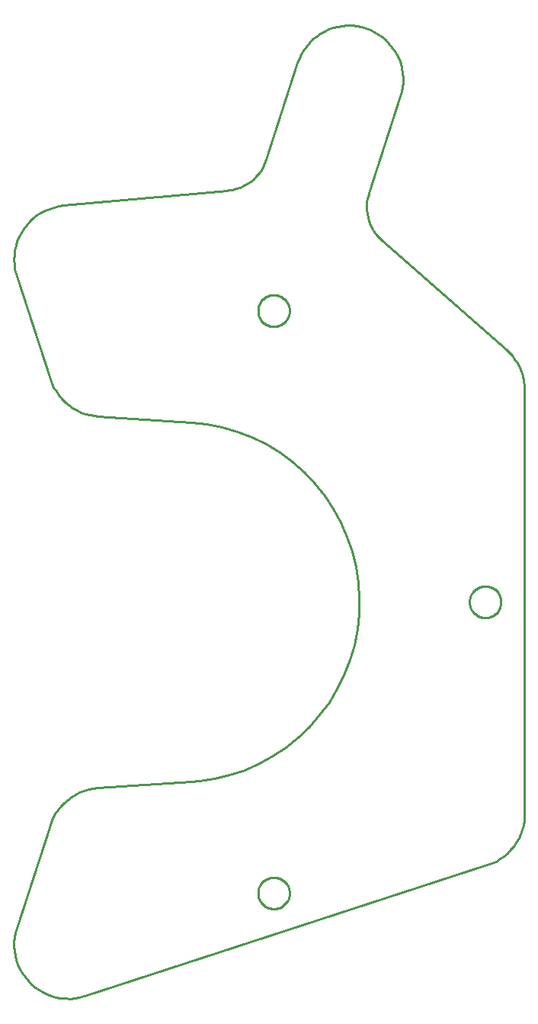
<source format=gbr>
G04 EAGLE Gerber RS-274X export*
G75*
%MOMM*%
%FSLAX34Y34*%
%LPD*%
%IN*%
%IPPOS*%
%AMOC8*
5,1,8,0,0,1.08239X$1,22.5*%
G01*
G04 Define Apertures*
%ADD10C,0.254000*%
D10*
X11362Y86966D02*
X9963Y81922D01*
X9009Y76776D01*
X8508Y71566D01*
X8462Y66331D01*
X8873Y61113D01*
X9737Y55951D01*
X11047Y50883D01*
X12794Y45949D01*
X14965Y41186D01*
X17543Y36630D01*
X20507Y32317D01*
X23837Y28278D01*
X27505Y24544D01*
X31486Y21145D01*
X35747Y18105D01*
X40257Y15449D01*
X44982Y13195D01*
X49884Y11362D01*
X54928Y9963D01*
X60075Y9009D01*
X65285Y8508D01*
X70519Y8462D01*
X75738Y8873D01*
X80900Y9737D01*
X85968Y11047D01*
X86966Y11362D01*
X534180Y156671D01*
X539083Y158504D01*
X543807Y160757D01*
X548317Y163414D01*
X552579Y166453D01*
X556559Y169853D01*
X560228Y173586D01*
X563557Y177625D01*
X566522Y181939D01*
X569099Y186494D01*
X571270Y191257D01*
X573017Y196192D01*
X574328Y201259D01*
X575192Y206422D01*
X575602Y211640D01*
X575639Y213734D01*
X575639Y683962D01*
X575411Y689191D01*
X574727Y694381D01*
X573594Y699491D01*
X572020Y704483D01*
X570017Y709319D01*
X567600Y713962D01*
X564788Y718377D01*
X561602Y722529D01*
X558065Y726388D01*
X555211Y729063D01*
X417294Y850074D01*
X414144Y853091D01*
X411269Y856371D01*
X408690Y859889D01*
X406428Y863619D01*
X404500Y867532D01*
X402920Y871597D01*
X401701Y875785D01*
X400851Y880064D01*
X400377Y884400D01*
X400283Y888761D01*
X400569Y893113D01*
X401234Y897424D01*
X402272Y901661D01*
X402718Y903108D01*
X437596Y1010451D01*
X438995Y1015495D01*
X439949Y1020642D01*
X440450Y1025852D01*
X440496Y1031086D01*
X440085Y1036305D01*
X439221Y1041467D01*
X437911Y1046535D01*
X436164Y1051469D01*
X433993Y1056232D01*
X431415Y1060788D01*
X428451Y1065101D01*
X425121Y1069140D01*
X421452Y1072874D01*
X417472Y1076273D01*
X413211Y1079313D01*
X408701Y1081969D01*
X403976Y1084223D01*
X399074Y1086056D01*
X394030Y1087455D01*
X388883Y1088409D01*
X383673Y1088910D01*
X378439Y1088956D01*
X373220Y1088545D01*
X368058Y1087681D01*
X362990Y1086371D01*
X358056Y1084623D01*
X353293Y1082453D01*
X348737Y1079875D01*
X344424Y1076911D01*
X340385Y1073581D01*
X336651Y1069912D01*
X333252Y1065932D01*
X330212Y1061671D01*
X327556Y1057161D01*
X325302Y1052436D01*
X323469Y1047533D01*
X288591Y940190D01*
X287064Y936105D01*
X285186Y932168D01*
X282972Y928409D01*
X280439Y924858D01*
X277606Y921541D01*
X274495Y918484D01*
X271129Y915709D01*
X267534Y913239D01*
X263738Y911091D01*
X259769Y909282D01*
X255657Y907826D01*
X251434Y906734D01*
X247132Y906014D01*
X245626Y905852D01*
X62920Y889018D01*
X57734Y888310D01*
X52629Y887154D01*
X47644Y885557D01*
X42818Y883531D01*
X38186Y881093D01*
X33784Y878260D01*
X29646Y875055D01*
X25804Y871501D01*
X22285Y867625D01*
X19118Y863458D01*
X16326Y859030D01*
X13930Y854376D01*
X11950Y849531D01*
X10399Y844532D01*
X9289Y839417D01*
X8630Y834224D01*
X8426Y828994D01*
X8678Y823765D01*
X9386Y818579D01*
X10542Y813474D01*
X11362Y810730D01*
X48444Y696603D01*
X50277Y691700D01*
X52531Y686976D01*
X55187Y682466D01*
X58227Y678204D01*
X61626Y674224D01*
X65360Y670555D01*
X69399Y667226D01*
X73712Y664261D01*
X78268Y661683D01*
X83031Y659513D01*
X87965Y657766D01*
X93033Y656455D01*
X98195Y655591D01*
X101545Y655275D01*
X205241Y648411D01*
X222584Y646501D01*
X239694Y643086D01*
X256442Y638193D01*
X272699Y631859D01*
X288342Y624132D01*
X303253Y615070D01*
X317317Y604744D01*
X330428Y593232D01*
X342485Y580621D01*
X353397Y567006D01*
X363081Y552493D01*
X371463Y537190D01*
X378480Y521216D01*
X384078Y504690D01*
X388214Y487740D01*
X390857Y470494D01*
X391987Y453082D01*
X391595Y435639D01*
X389685Y418296D01*
X386270Y401186D01*
X381377Y384438D01*
X375043Y368181D01*
X367316Y352538D01*
X358255Y337627D01*
X347929Y323563D01*
X336416Y310453D01*
X323805Y298395D01*
X310190Y287483D01*
X295677Y277799D01*
X280375Y269417D01*
X264400Y262400D01*
X247875Y256802D01*
X230924Y252666D01*
X213678Y250023D01*
X205241Y249285D01*
X101545Y242421D01*
X96342Y241848D01*
X91209Y240823D01*
X86185Y239356D01*
X81307Y237455D01*
X76614Y235137D01*
X72141Y232419D01*
X67922Y229321D01*
X63989Y225867D01*
X60372Y222084D01*
X57098Y218000D01*
X54193Y213646D01*
X51678Y209055D01*
X49573Y204262D01*
X48444Y201093D01*
X11362Y86966D01*
X314511Y771563D02*
X314436Y770420D01*
X314287Y769284D01*
X314063Y768160D01*
X313766Y767053D01*
X313398Y765968D01*
X312960Y764910D01*
X312453Y763882D01*
X311880Y762890D01*
X311243Y761937D01*
X310546Y761028D01*
X309790Y760167D01*
X308980Y759357D01*
X308119Y758601D01*
X307210Y757904D01*
X306257Y757267D01*
X305265Y756694D01*
X304237Y756187D01*
X303179Y755749D01*
X302094Y755381D01*
X300987Y755084D01*
X299863Y754861D01*
X298727Y754711D01*
X297584Y754636D01*
X296438Y754636D01*
X295295Y754711D01*
X294159Y754861D01*
X293035Y755084D01*
X291928Y755381D01*
X290843Y755749D01*
X289785Y756187D01*
X288757Y756694D01*
X287765Y757267D01*
X286812Y757904D01*
X285903Y758601D01*
X285042Y759357D01*
X284232Y760167D01*
X283476Y761028D01*
X282779Y761937D01*
X282142Y762890D01*
X281569Y763882D01*
X281062Y764910D01*
X280624Y765968D01*
X280256Y767053D01*
X279959Y768160D01*
X279736Y769284D01*
X279586Y770420D01*
X279511Y771563D01*
X279511Y772709D01*
X279586Y773852D01*
X279736Y774988D01*
X279959Y776112D01*
X280256Y777219D01*
X280624Y778304D01*
X281062Y779362D01*
X281569Y780390D01*
X282142Y781382D01*
X282779Y782335D01*
X283476Y783244D01*
X284232Y784105D01*
X285042Y784915D01*
X285903Y785671D01*
X286812Y786368D01*
X287765Y787005D01*
X288757Y787578D01*
X289785Y788085D01*
X290843Y788523D01*
X291928Y788891D01*
X293035Y789188D01*
X294159Y789412D01*
X295295Y789561D01*
X296438Y789636D01*
X297584Y789636D01*
X298727Y789561D01*
X299863Y789412D01*
X300987Y789188D01*
X302094Y788891D01*
X303179Y788523D01*
X304237Y788085D01*
X305265Y787578D01*
X306257Y787005D01*
X307210Y786368D01*
X308119Y785671D01*
X308980Y784915D01*
X309790Y784105D01*
X310546Y783244D01*
X311243Y782335D01*
X311880Y781382D01*
X312453Y780390D01*
X312960Y779362D01*
X313398Y778304D01*
X313766Y777219D01*
X314063Y776112D01*
X314287Y774988D01*
X314436Y773852D01*
X314511Y772709D01*
X314511Y771563D01*
X549483Y448205D02*
X549408Y447062D01*
X549259Y445926D01*
X549035Y444802D01*
X548738Y443695D01*
X548370Y442610D01*
X547932Y441552D01*
X547425Y440524D01*
X546852Y439532D01*
X546215Y438579D01*
X545518Y437670D01*
X544762Y436809D01*
X543952Y435999D01*
X543091Y435243D01*
X542182Y434546D01*
X541229Y433909D01*
X540237Y433336D01*
X539209Y432829D01*
X538151Y432391D01*
X537066Y432023D01*
X535959Y431726D01*
X534835Y431503D01*
X533699Y431353D01*
X532556Y431278D01*
X531410Y431278D01*
X530267Y431353D01*
X529131Y431503D01*
X528007Y431726D01*
X526900Y432023D01*
X525815Y432391D01*
X524757Y432829D01*
X523729Y433336D01*
X522737Y433909D01*
X521784Y434546D01*
X520875Y435243D01*
X520014Y435999D01*
X519204Y436809D01*
X518448Y437670D01*
X517751Y438579D01*
X517114Y439532D01*
X516541Y440524D01*
X516034Y441552D01*
X515596Y442610D01*
X515228Y443695D01*
X514931Y444802D01*
X514708Y445926D01*
X514558Y447062D01*
X514483Y448205D01*
X514483Y449351D01*
X514558Y450494D01*
X514708Y451630D01*
X514931Y452754D01*
X515228Y453861D01*
X515596Y454946D01*
X516034Y456004D01*
X516541Y457032D01*
X517114Y458024D01*
X517751Y458977D01*
X518448Y459886D01*
X519204Y460747D01*
X520014Y461557D01*
X520875Y462313D01*
X521784Y463010D01*
X522737Y463647D01*
X523729Y464220D01*
X524757Y464727D01*
X525815Y465165D01*
X526900Y465533D01*
X528007Y465830D01*
X529131Y466054D01*
X530267Y466203D01*
X531410Y466278D01*
X532556Y466278D01*
X533699Y466203D01*
X534835Y466054D01*
X535959Y465830D01*
X537066Y465533D01*
X538151Y465165D01*
X539209Y464727D01*
X540237Y464220D01*
X541229Y463647D01*
X542182Y463010D01*
X543091Y462313D01*
X543952Y461557D01*
X544762Y460747D01*
X545518Y459886D01*
X546215Y458977D01*
X546852Y458024D01*
X547425Y457032D01*
X547932Y456004D01*
X548370Y454946D01*
X548738Y453861D01*
X549035Y452754D01*
X549259Y451630D01*
X549408Y450494D01*
X549483Y449351D01*
X549483Y448205D01*
X314585Y124869D02*
X314510Y123726D01*
X314361Y122590D01*
X314137Y121466D01*
X313840Y120359D01*
X313472Y119274D01*
X313034Y118216D01*
X312527Y117188D01*
X311954Y116196D01*
X311317Y115243D01*
X310620Y114334D01*
X309864Y113473D01*
X309054Y112663D01*
X308193Y111907D01*
X307284Y111210D01*
X306331Y110573D01*
X305339Y110000D01*
X304311Y109493D01*
X303253Y109055D01*
X302168Y108687D01*
X301061Y108390D01*
X299937Y108167D01*
X298801Y108017D01*
X297658Y107942D01*
X296512Y107942D01*
X295369Y108017D01*
X294233Y108167D01*
X293109Y108390D01*
X292002Y108687D01*
X290917Y109055D01*
X289859Y109493D01*
X288831Y110000D01*
X287839Y110573D01*
X286886Y111210D01*
X285977Y111907D01*
X285116Y112663D01*
X284306Y113473D01*
X283550Y114334D01*
X282853Y115243D01*
X282216Y116196D01*
X281643Y117188D01*
X281136Y118216D01*
X280698Y119274D01*
X280330Y120359D01*
X280033Y121466D01*
X279810Y122590D01*
X279660Y123726D01*
X279585Y124869D01*
X279585Y126015D01*
X279660Y127158D01*
X279810Y128294D01*
X280033Y129418D01*
X280330Y130525D01*
X280698Y131610D01*
X281136Y132668D01*
X281643Y133696D01*
X282216Y134688D01*
X282853Y135641D01*
X283550Y136550D01*
X284306Y137411D01*
X285116Y138221D01*
X285977Y138977D01*
X286886Y139674D01*
X287839Y140311D01*
X288831Y140884D01*
X289859Y141391D01*
X290917Y141829D01*
X292002Y142197D01*
X293109Y142494D01*
X294233Y142718D01*
X295369Y142867D01*
X296512Y142942D01*
X297658Y142942D01*
X298801Y142867D01*
X299937Y142718D01*
X301061Y142494D01*
X302168Y142197D01*
X303253Y141829D01*
X304311Y141391D01*
X305339Y140884D01*
X306331Y140311D01*
X307284Y139674D01*
X308193Y138977D01*
X309054Y138221D01*
X309864Y137411D01*
X310620Y136550D01*
X311317Y135641D01*
X311954Y134688D01*
X312527Y133696D01*
X313034Y132668D01*
X313472Y131610D01*
X313840Y130525D01*
X314137Y129418D01*
X314361Y128294D01*
X314510Y127158D01*
X314585Y126015D01*
X314585Y124869D01*
M02*

</source>
